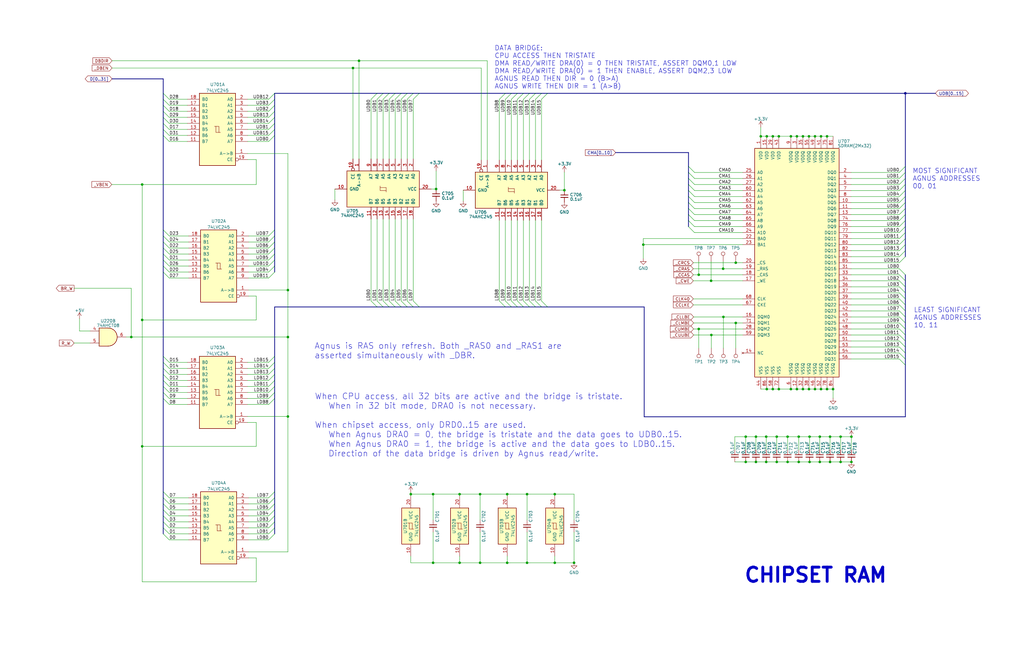
<source format=kicad_sch>
(kicad_sch (version 20230121) (generator eeschema)
  (paper "B")
  (title_block (title "AMIGA PCI") (date "2024-01-17") (rev "2.0"))
  (junction (at 237.998 80.264))
  (junction (at 341.376 184.277))
  (junction (at 348.742 164.211))
  (junction (at 193.802 208.534))
  (junction (at 332.105 184.277))
  (junction (at 381.762 39.37))
  (junction (at 343.662 57.531))
  (junction (at 336.042 164.211))
  (junction (at 202.438 237.49))
  (junction (at 346.202 57.531))
  (junction (at 332.105 194.945))
  (junction (at 346.202 164.211))
  (junction (at 233.934 208.534))
  (junction (at 182.626 237.49))
  (junction (at 121.412 142.24))
  (junction (at 233.934 237.49))
  (junction (at 345.694 194.945))
  (junction (at 336.804 194.945))
  (junction (at 341.376 194.945))
  (junction (at 59.944 188.341))
  (junction (at 325.882 164.211))
  (junction (at 305.054 133.731))
  (junction (at 327.533 184.277))
  (junction (at 202.438 208.534))
  (junction (at 325.882 57.531))
  (junction (at 336.042 57.531))
  (junction (at 333.502 57.531))
  (junction (at 323.342 57.531))
  (junction (at 350.012 194.945))
  (junction (at 328.422 57.531))
  (junction (at 59.944 77.851))
  (junction (at 351.282 164.211))
  (junction (at 327.533 194.945))
  (junction (at 151.384 25.654))
  (junction (at 345.694 184.277))
  (junction (at 354.457 194.945))
  (junction (at 338.582 57.531))
  (junction (at 182.626 208.534))
  (junction (at 314.452 184.277))
  (junction (at 341.122 164.211))
  (junction (at 318.77 194.945))
  (junction (at 318.77 184.277))
  (junction (at 354.457 184.277))
  (junction (at 343.662 164.211))
  (junction (at 323.342 164.211))
  (junction (at 222.25 208.534))
  (junction (at 350.012 184.277))
  (junction (at 304.927 113.411))
  (junction (at 193.802 237.49))
  (junction (at 294.64 115.951))
  (junction (at 320.802 57.531))
  (junction (at 183.896 79.756))
  (junction (at 213.868 237.49))
  (junction (at 323.088 194.945))
  (junction (at 121.412 175.768))
  (junction (at 294.64 138.811))
  (junction (at 328.422 164.211))
  (junction (at 323.088 184.277))
  (junction (at 310.261 136.271))
  (junction (at 299.847 118.491))
  (junction (at 121.412 122.428))
  (junction (at 213.868 208.534))
  (junction (at 242.062 237.49))
  (junction (at 338.582 164.211))
  (junction (at 271.272 103.251))
  (junction (at 314.452 194.945))
  (junction (at 359.029 184.277))
  (junction (at 59.944 135.001))
  (junction (at 173.228 208.534))
  (junction (at 341.122 57.531))
  (junction (at 222.25 237.49))
  (junction (at 333.502 164.211))
  (junction (at 299.974 141.351))
  (junction (at 348.742 57.531))
  (junction (at 148.844 28.702))
  (junction (at 359.029 194.945))
  (junction (at 336.804 184.277))
  (junction (at 310.261 110.871))
  (junction (at 55.372 142.24))
  (bus_entry (at 379.222 136.271) (size 2.54 2.54))
  (bus_entry (at 113.284 160.528) (size 2.54 -2.54))
  (bus_entry (at 159.004 127) (size 2.54 2.54))
  (bus_entry (at 174.244 127) (size 2.54 2.54))
  (bus_entry (at 71.374 57.15) (size -2.54 -2.54))
  (bus_entry (at 379.222 108.331) (size 2.54 -2.54))
  (bus_entry (at 71.374 212.598) (size -2.54 -2.54))
  (bus_entry (at 71.374 217.678) (size -2.54 -2.54))
  (bus_entry (at 292.862 80.391) (size -2.54 -2.54))
  (bus_entry (at 71.374 41.91) (size -2.54 -2.54))
  (bus_entry (at 113.284 44.45) (size 2.54 -2.54))
  (bus_entry (at 71.374 215.138) (size -2.54 -2.54))
  (bus_entry (at 71.374 152.908) (size -2.54 -2.54))
  (bus_entry (at 379.222 146.431) (size 2.54 2.54))
  (bus_entry (at 292.862 95.631) (size -2.54 -2.54))
  (bus_entry (at 71.374 163.068) (size -2.54 -2.54))
  (bus_entry (at 71.374 222.758) (size -2.54 -2.54))
  (bus_entry (at 164.084 39.37) (size -2.54 2.54))
  (bus_entry (at 113.284 104.648) (size 2.54 -2.54))
  (bus_entry (at 292.862 88.011) (size -2.54 -2.54))
  (bus_entry (at 71.374 157.988) (size -2.54 -2.54))
  (bus_entry (at 113.284 107.188) (size 2.54 -2.54))
  (bus_entry (at 215.646 127) (size 2.54 2.54))
  (bus_entry (at 213.106 127) (size 2.54 2.54))
  (bus_entry (at 71.374 160.528) (size -2.54 -2.54))
  (bus_entry (at 71.374 54.61) (size -2.54 -2.54))
  (bus_entry (at 71.374 155.448) (size -2.54 -2.54))
  (bus_entry (at 228.346 127) (size 2.54 2.54))
  (bus_entry (at 113.284 163.068) (size 2.54 -2.54))
  (bus_entry (at 171.704 127) (size 2.54 2.54))
  (bus_entry (at 379.222 151.511) (size 2.54 2.54))
  (bus_entry (at 113.284 155.448) (size 2.54 -2.54))
  (bus_entry (at 113.284 109.728) (size 2.54 -2.54))
  (bus_entry (at 71.374 227.838) (size -2.54 -2.54))
  (bus_entry (at 169.164 127) (size 2.54 2.54))
  (bus_entry (at 71.374 168.148) (size -2.54 -2.54))
  (bus_entry (at 71.374 165.608) (size -2.54 -2.54))
  (bus_entry (at 223.266 127) (size 2.54 2.54))
  (bus_entry (at 223.266 39.37) (size -2.54 2.54))
  (bus_entry (at 171.704 39.37) (size -2.54 2.54))
  (bus_entry (at 379.222 82.931) (size 2.54 -2.54))
  (bus_entry (at 113.284 168.148) (size 2.54 -2.54))
  (bus_entry (at 230.886 39.37) (size -2.54 2.54))
  (bus_entry (at 379.222 123.571) (size 2.54 2.54))
  (bus_entry (at 113.284 114.808) (size 2.54 -2.54))
  (bus_entry (at 228.346 39.37) (size -2.54 2.54))
  (bus_entry (at 213.106 39.37) (size -2.54 2.54))
  (bus_entry (at 225.806 39.37) (size -2.54 2.54))
  (bus_entry (at 113.284 152.908) (size 2.54 -2.54))
  (bus_entry (at 71.374 109.728) (size -2.54 -2.54))
  (bus_entry (at 113.284 41.91) (size 2.54 -2.54))
  (bus_entry (at 220.726 39.37) (size -2.54 2.54))
  (bus_entry (at 292.862 90.551) (size -2.54 -2.54))
  (bus_entry (at 225.806 127) (size 2.54 2.54))
  (bus_entry (at 292.862 85.471) (size -2.54 -2.54))
  (bus_entry (at 220.726 127) (size 2.54 2.54))
  (bus_entry (at 379.222 100.711) (size 2.54 -2.54))
  (bus_entry (at 379.222 133.731) (size 2.54 2.54))
  (bus_entry (at 292.862 77.851) (size -2.54 -2.54))
  (bus_entry (at 113.284 157.988) (size 2.54 -2.54))
  (bus_entry (at 379.222 131.191) (size 2.54 2.54))
  (bus_entry (at 113.284 212.598) (size 2.54 -2.54))
  (bus_entry (at 379.222 105.791) (size 2.54 -2.54))
  (bus_entry (at 176.784 39.37) (size -2.54 2.54))
  (bus_entry (at 71.374 170.688) (size -2.54 -2.54))
  (bus_entry (at 71.374 46.99) (size -2.54 -2.54))
  (bus_entry (at 379.222 75.311) (size 2.54 -2.54))
  (bus_entry (at 113.284 217.678) (size 2.54 -2.54))
  (bus_entry (at 379.222 148.971) (size 2.54 2.54))
  (bus_entry (at 379.222 72.771) (size 2.54 -2.54))
  (bus_entry (at 71.374 114.808) (size -2.54 -2.54))
  (bus_entry (at 113.284 57.15) (size 2.54 -2.54))
  (bus_entry (at 113.284 46.99) (size 2.54 -2.54))
  (bus_entry (at 113.284 99.568) (size 2.54 -2.54))
  (bus_entry (at 166.624 39.37) (size -2.54 2.54))
  (bus_entry (at 292.862 82.931) (size -2.54 -2.54))
  (bus_entry (at 164.084 127) (size 2.54 2.54))
  (bus_entry (at 161.544 127) (size 2.54 2.54))
  (bus_entry (at 161.544 39.37) (size -2.54 2.54))
  (bus_entry (at 379.222 88.011) (size 2.54 -2.54))
  (bus_entry (at 113.284 165.608) (size 2.54 -2.54))
  (bus_entry (at 379.222 141.351) (size 2.54 2.54))
  (bus_entry (at 156.464 127) (size 2.54 2.54))
  (bus_entry (at 71.374 44.45) (size -2.54 -2.54))
  (bus_entry (at 379.222 103.251) (size 2.54 -2.54))
  (bus_entry (at 113.284 225.298) (size 2.54 -2.54))
  (bus_entry (at 292.862 98.171) (size -2.54 -2.54))
  (bus_entry (at 71.374 107.188) (size -2.54 -2.54))
  (bus_entry (at 71.374 49.53) (size -2.54 -2.54))
  (bus_entry (at 71.374 99.568) (size -2.54 -2.54))
  (bus_entry (at 379.222 113.411) (size 2.54 2.54))
  (bus_entry (at 113.284 220.218) (size 2.54 -2.54))
  (bus_entry (at 218.186 127) (size 2.54 2.54))
  (bus_entry (at 379.222 80.391) (size 2.54 -2.54))
  (bus_entry (at 379.222 143.891) (size 2.54 2.54))
  (bus_entry (at 218.186 39.37) (size -2.54 2.54))
  (bus_entry (at 379.222 128.651) (size 2.54 2.54))
  (bus_entry (at 159.004 39.37) (size -2.54 2.54))
  (bus_entry (at 169.164 39.37) (size -2.54 2.54))
  (bus_entry (at 379.222 110.871) (size 2.54 -2.54))
  (bus_entry (at 71.374 102.108) (size -2.54 -2.54))
  (bus_entry (at 113.284 102.108) (size 2.54 -2.54))
  (bus_entry (at 113.284 59.69) (size 2.54 -2.54))
  (bus_entry (at 379.222 98.171) (size 2.54 -2.54))
  (bus_entry (at 71.374 52.07) (size -2.54 -2.54))
  (bus_entry (at 379.222 93.091) (size 2.54 -2.54))
  (bus_entry (at 113.284 227.838) (size 2.54 -2.54))
  (bus_entry (at 113.284 210.058) (size 2.54 -2.54))
  (bus_entry (at 379.222 90.551) (size 2.54 -2.54))
  (bus_entry (at 113.284 215.138) (size 2.54 -2.54))
  (bus_entry (at 379.222 95.631) (size 2.54 -2.54))
  (bus_entry (at 292.862 72.771) (size -2.54 -2.54))
  (bus_entry (at 379.222 85.471) (size 2.54 -2.54))
  (bus_entry (at 113.284 52.07) (size 2.54 -2.54))
  (bus_entry (at 71.374 112.268) (size -2.54 -2.54))
  (bus_entry (at 113.284 170.688) (size 2.54 -2.54))
  (bus_entry (at 379.222 138.811) (size 2.54 2.54))
  (bus_entry (at 379.222 121.031) (size 2.54 2.54))
  (bus_entry (at 71.374 210.058) (size -2.54 -2.54))
  (bus_entry (at 71.374 117.348) (size -2.54 -2.54))
  (bus_entry (at 166.624 127) (size 2.54 2.54))
  (bus_entry (at 71.374 225.298) (size -2.54 -2.54))
  (bus_entry (at 379.222 77.851) (size 2.54 -2.54))
  (bus_entry (at 210.566 127) (size 2.54 2.54))
  (bus_entry (at 113.284 54.61) (size 2.54 -2.54))
  (bus_entry (at 379.222 126.111) (size 2.54 2.54))
  (bus_entry (at 379.222 118.491) (size 2.54 2.54))
  (bus_entry (at 292.862 75.311) (size -2.54 -2.54))
  (bus_entry (at 71.374 220.218) (size -2.54 -2.54))
  (bus_entry (at 379.222 115.951) (size 2.54 2.54))
  (bus_entry (at 113.284 222.758) (size 2.54 -2.54))
  (bus_entry (at 71.374 59.69) (size -2.54 -2.54))
  (bus_entry (at 174.244 39.37) (size -2.54 2.54))
  (bus_entry (at 71.374 104.648) (size -2.54 -2.54))
  (bus_entry (at 113.284 117.348) (size 2.54 -2.54))
  (bus_entry (at 113.284 112.268) (size 2.54 -2.54))
  (bus_entry (at 113.284 49.53) (size 2.54 -2.54))
  (bus_entry (at 292.862 93.091) (size -2.54 -2.54))
  (bus_entry (at 215.646 39.37) (size -2.54 2.54))
  (bus (pts (xy 68.834 99.568) (xy 68.834 102.108)))
  (wire (pts (xy 161.544 41.91) (xy 161.544 67.056)))
  (wire (pts (xy 79.502 112.268) (xy 71.374 112.268)))
  (wire (pts (xy 104.394 41.91) (xy 113.284 41.91)))
  (wire (pts (xy 193.802 234.696) (xy 193.802 237.49)))
  (wire (pts (xy 220.726 41.91) (xy 220.726 67.564)))
  (bus (pts (xy 68.834 215.138) (xy 68.834 217.678)))
  (bus (pts (xy 68.834 152.908) (xy 68.834 155.448)))
  (wire (pts (xy 104.902 217.678) (xy 113.284 217.678)))
  (wire (pts (xy 358.902 85.471) (xy 379.222 85.471)))
  (bus (pts (xy 223.266 129.54) (xy 225.806 129.54)))
  (wire (pts (xy 223.266 41.91) (xy 223.266 67.564)))
  (wire (pts (xy 310.261 110.871) (xy 310.261 110.363)))
  (wire (pts (xy 233.934 234.696) (xy 233.934 237.49)))
  (wire (pts (xy 358.902 103.251) (xy 379.222 103.251)))
  (wire (pts (xy 78.994 163.068) (xy 71.374 163.068)))
  (bus (pts (xy 68.834 57.15) (xy 68.834 97.028)))
  (bus (pts (xy 68.834 217.678) (xy 68.834 220.218)))
  (wire (pts (xy 59.944 135.001) (xy 108.077 135.001)))
  (wire (pts (xy 202.946 67.564) (xy 202.946 28.702)))
  (wire (pts (xy 292.354 128.651) (xy 313.182 128.651)))
  (wire (pts (xy 173.228 207.772) (xy 173.228 208.534)))
  (wire (pts (xy 325.882 164.211) (xy 328.422 164.211)))
  (bus (pts (xy 115.824 129.54) (xy 159.004 129.54)))
  (bus (pts (xy 68.834 168.148) (xy 68.834 207.518)))
  (wire (pts (xy 358.902 118.491) (xy 379.222 118.491)))
  (wire (pts (xy 314.452 184.277) (xy 314.452 189.865)))
  (bus (pts (xy 213.106 129.54) (xy 215.646 129.54)))
  (bus (pts (xy 68.834 44.45) (xy 68.834 46.99)))
  (wire (pts (xy 37.973 139.7) (xy 33.528 139.7)))
  (wire (pts (xy 174.244 92.456) (xy 174.244 127)))
  (bus (pts (xy 68.834 163.068) (xy 68.834 165.608)))
  (bus (pts (xy 159.004 39.37) (xy 161.544 39.37)))
  (wire (pts (xy 79.502 107.188) (xy 71.374 107.188)))
  (wire (pts (xy 318.77 194.945) (xy 323.088 194.945)))
  (wire (pts (xy 104.394 155.448) (xy 113.284 155.448)))
  (bus (pts (xy 115.824 109.728) (xy 115.824 112.268)))
  (wire (pts (xy 292.481 136.271) (xy 310.261 136.271)))
  (wire (pts (xy 215.646 41.91) (xy 215.646 67.564)))
  (wire (pts (xy 171.704 41.91) (xy 171.704 67.056)))
  (wire (pts (xy 104.394 52.07) (xy 113.284 52.07)))
  (wire (pts (xy 358.902 100.711) (xy 379.222 100.711)))
  (wire (pts (xy 59.944 77.851) (xy 47.117 77.851)))
  (wire (pts (xy 213.106 41.91) (xy 213.106 67.564)))
  (wire (pts (xy 327.533 184.277) (xy 327.533 189.865)))
  (bus (pts (xy 290.322 85.471) (xy 290.322 82.931)))
  (wire (pts (xy 350.012 184.277) (xy 350.012 189.865)))
  (wire (pts (xy 333.502 57.531) (xy 336.042 57.531)))
  (bus (pts (xy 68.834 97.028) (xy 68.834 99.568)))
  (wire (pts (xy 193.802 208.534) (xy 193.802 209.296)))
  (bus (pts (xy 68.834 41.91) (xy 68.834 44.45)))
  (bus (pts (xy 381.762 82.931) (xy 381.762 85.471)))
  (wire (pts (xy 104.902 109.728) (xy 113.284 109.728)))
  (bus (pts (xy 161.544 39.37) (xy 164.084 39.37)))
  (wire (pts (xy 292.862 93.091) (xy 313.182 93.091)))
  (wire (pts (xy 358.902 108.331) (xy 379.222 108.331)))
  (wire (pts (xy 215.646 92.964) (xy 215.646 127)))
  (wire (pts (xy 328.422 57.531) (xy 325.882 57.531)))
  (wire (pts (xy 358.902 143.891) (xy 379.222 143.891)))
  (wire (pts (xy 292.862 77.851) (xy 313.182 77.851)))
  (wire (pts (xy 338.582 164.211) (xy 341.122 164.211)))
  (wire (pts (xy 210.566 92.964) (xy 210.566 127)))
  (bus (pts (xy 115.824 107.188) (xy 115.824 109.728)))
  (wire (pts (xy 341.122 57.531) (xy 343.662 57.531)))
  (wire (pts (xy 345.694 194.945) (xy 350.012 194.945)))
  (bus (pts (xy 381.762 75.311) (xy 381.762 77.851)))
  (wire (pts (xy 104.902 102.108) (xy 113.284 102.108)))
  (wire (pts (xy 354.457 184.277) (xy 354.457 189.865)))
  (bus (pts (xy 115.824 152.908) (xy 115.824 150.368)))
  (bus (pts (xy 174.244 129.54) (xy 176.784 129.54)))
  (wire (pts (xy 104.902 104.648) (xy 113.284 104.648)))
  (wire (pts (xy 313.182 100.711) (xy 271.272 100.711)))
  (bus (pts (xy 115.824 49.53) (xy 115.824 52.07)))
  (wire (pts (xy 202.438 224.536) (xy 202.438 237.49)))
  (wire (pts (xy 350.012 184.277) (xy 354.457 184.277)))
  (wire (pts (xy 108.077 67.31) (xy 104.394 67.31)))
  (bus (pts (xy 68.834 49.53) (xy 68.834 52.07)))
  (bus (pts (xy 68.834 33.274) (xy 47.244 33.274)))
  (wire (pts (xy 358.902 133.731) (xy 379.222 133.731)))
  (wire (pts (xy 336.042 164.211) (xy 338.582 164.211)))
  (wire (pts (xy 151.384 25.654) (xy 205.486 25.654)))
  (wire (pts (xy 104.902 99.568) (xy 113.284 99.568)))
  (wire (pts (xy 104.394 64.77) (xy 121.412 64.77)))
  (wire (pts (xy 323.088 184.277) (xy 327.533 184.277)))
  (wire (pts (xy 104.394 57.15) (xy 113.284 57.15)))
  (bus (pts (xy 271.653 129.54) (xy 271.653 175.895)))
  (wire (pts (xy 351.282 164.211) (xy 351.282 168.021)))
  (wire (pts (xy 358.902 128.651) (xy 379.222 128.651)))
  (wire (pts (xy 328.422 164.211) (xy 333.502 164.211)))
  (bus (pts (xy 228.346 129.54) (xy 230.886 129.54)))
  (bus (pts (xy 215.646 39.37) (xy 218.186 39.37)))
  (wire (pts (xy 299.974 141.351) (xy 299.974 146.939)))
  (wire (pts (xy 59.944 135.001) (xy 59.944 188.341)))
  (wire (pts (xy 104.902 117.348) (xy 113.284 117.348)))
  (bus (pts (xy 218.186 129.54) (xy 220.726 129.54)))
  (bus (pts (xy 171.704 129.54) (xy 174.244 129.54)))
  (bus (pts (xy 223.266 39.37) (xy 225.806 39.37)))
  (bus (pts (xy 271.653 175.895) (xy 381.762 175.895)))
  (wire (pts (xy 292.862 88.011) (xy 313.182 88.011)))
  (wire (pts (xy 104.394 49.53) (xy 113.284 49.53)))
  (wire (pts (xy 358.902 148.971) (xy 379.222 148.971)))
  (wire (pts (xy 104.394 54.61) (xy 113.284 54.61)))
  (wire (pts (xy 233.934 237.49) (xy 242.062 237.49)))
  (wire (pts (xy 233.934 208.534) (xy 233.934 209.296)))
  (wire (pts (xy 341.376 184.277) (xy 341.376 189.865)))
  (bus (pts (xy 228.346 39.37) (xy 230.886 39.37)))
  (bus (pts (xy 115.824 215.138) (xy 115.824 217.678)))
  (wire (pts (xy 358.902 110.871) (xy 379.222 110.871)))
  (wire (pts (xy 358.902 105.791) (xy 379.222 105.791)))
  (wire (pts (xy 59.944 77.851) (xy 108.077 77.851)))
  (wire (pts (xy 346.202 57.531) (xy 348.742 57.531)))
  (wire (pts (xy 323.342 57.531) (xy 320.802 57.531)))
  (wire (pts (xy 292.354 118.491) (xy 299.847 118.491)))
  (wire (pts (xy 151.384 67.056) (xy 151.384 25.654)))
  (bus (pts (xy 115.824 207.518) (xy 115.824 210.058)))
  (bus (pts (xy 115.824 46.99) (xy 115.824 49.53)))
  (wire (pts (xy 78.994 170.688) (xy 71.374 170.688)))
  (wire (pts (xy 205.486 25.654) (xy 205.486 67.564)))
  (wire (pts (xy 104.394 175.768) (xy 121.412 175.768)))
  (bus (pts (xy 115.824 220.218) (xy 115.824 222.758)))
  (bus (pts (xy 381.762 98.171) (xy 381.762 100.711)))
  (wire (pts (xy 79.502 217.678) (xy 71.374 217.678)))
  (wire (pts (xy 47.244 28.702) (xy 148.844 28.702)))
  (bus (pts (xy 68.834 54.61) (xy 68.834 57.15)))
  (wire (pts (xy 358.902 80.391) (xy 379.222 80.391)))
  (wire (pts (xy 79.502 222.758) (xy 71.374 222.758)))
  (wire (pts (xy 292.862 90.551) (xy 313.182 90.551)))
  (bus (pts (xy 68.834 210.058) (xy 68.834 212.598)))
  (bus (pts (xy 381.762 80.391) (xy 381.762 82.931)))
  (wire (pts (xy 59.944 188.341) (xy 59.944 245.491)))
  (wire (pts (xy 332.105 184.277) (xy 336.804 184.277)))
  (bus (pts (xy 381.762 126.111) (xy 381.762 128.651)))
  (wire (pts (xy 104.394 165.608) (xy 113.284 165.608)))
  (wire (pts (xy 320.802 164.211) (xy 323.342 164.211)))
  (wire (pts (xy 79.502 212.598) (xy 71.374 212.598)))
  (wire (pts (xy 292.862 75.311) (xy 313.182 75.311)))
  (wire (pts (xy 233.934 208.534) (xy 242.062 208.534)))
  (wire (pts (xy 328.422 57.531) (xy 333.502 57.531)))
  (wire (pts (xy 343.662 57.531) (xy 346.202 57.531)))
  (bus (pts (xy 230.886 39.37) (xy 381.762 39.37)))
  (bus (pts (xy 115.824 97.028) (xy 115.824 99.568)))
  (wire (pts (xy 31.242 144.78) (xy 37.973 144.78)))
  (bus (pts (xy 290.322 80.391) (xy 290.322 77.851)))
  (wire (pts (xy 323.088 184.277) (xy 323.088 189.865)))
  (wire (pts (xy 213.868 208.534) (xy 222.25 208.534)))
  (wire (pts (xy 79.502 109.728) (xy 71.374 109.728)))
  (bus (pts (xy 381.762 72.771) (xy 381.762 75.311)))
  (wire (pts (xy 104.902 225.298) (xy 113.284 225.298)))
  (wire (pts (xy 294.64 138.811) (xy 313.182 138.811)))
  (bus (pts (xy 115.824 102.108) (xy 115.824 104.648)))
  (wire (pts (xy 182.626 208.534) (xy 182.626 219.456)))
  (wire (pts (xy 202.438 208.534) (xy 213.868 208.534)))
  (wire (pts (xy 104.902 112.268) (xy 113.284 112.268)))
  (wire (pts (xy 78.994 54.61) (xy 71.374 54.61)))
  (bus (pts (xy 290.322 77.851) (xy 290.322 75.311)))
  (bus (pts (xy 115.824 57.15) (xy 115.824 97.028)))
  (bus (pts (xy 115.824 222.758) (xy 115.824 225.298)))
  (wire (pts (xy 79.502 104.648) (xy 71.374 104.648)))
  (wire (pts (xy 343.662 164.211) (xy 346.202 164.211)))
  (bus (pts (xy 290.322 75.311) (xy 290.322 72.771)))
  (wire (pts (xy 292.862 98.171) (xy 313.182 98.171)))
  (wire (pts (xy 121.412 142.24) (xy 121.412 175.768)))
  (bus (pts (xy 68.834 207.518) (xy 68.834 210.058)))
  (wire (pts (xy 341.376 184.277) (xy 345.694 184.277)))
  (wire (pts (xy 104.902 227.838) (xy 113.284 227.838)))
  (wire (pts (xy 348.742 164.211) (xy 351.282 164.211)))
  (wire (pts (xy 341.122 164.211) (xy 343.662 164.211)))
  (wire (pts (xy 78.994 155.448) (xy 71.374 155.448)))
  (bus (pts (xy 213.106 39.37) (xy 215.646 39.37)))
  (wire (pts (xy 222.25 237.49) (xy 233.934 237.49)))
  (wire (pts (xy 202.438 237.49) (xy 213.868 237.49)))
  (wire (pts (xy 345.694 184.277) (xy 345.694 189.865)))
  (wire (pts (xy 108.077 178.308) (xy 104.394 178.308)))
  (bus (pts (xy 171.704 39.37) (xy 174.244 39.37)))
  (wire (pts (xy 309.88 189.865) (xy 309.88 184.277)))
  (wire (pts (xy 104.394 170.688) (xy 113.284 170.688)))
  (bus (pts (xy 159.004 129.54) (xy 161.544 129.54)))
  (bus (pts (xy 381.762 175.895) (xy 381.762 154.051)))
  (wire (pts (xy 195.326 80.264) (xy 195.326 84.836)))
  (bus (pts (xy 381.762 39.37) (xy 394.462 39.37)))
  (bus (pts (xy 381.762 143.891) (xy 381.762 146.431)))
  (wire (pts (xy 104.394 59.69) (xy 113.284 59.69)))
  (wire (pts (xy 271.272 100.711) (xy 271.272 103.251)))
  (wire (pts (xy 358.902 98.171) (xy 379.222 98.171)))
  (bus (pts (xy 115.824 99.568) (xy 115.824 102.108)))
  (wire (pts (xy 299.847 118.491) (xy 299.847 110.363)))
  (wire (pts (xy 225.806 41.91) (xy 225.806 67.564)))
  (bus (pts (xy 115.824 150.368) (xy 115.824 129.54)))
  (wire (pts (xy 348.742 57.531) (xy 351.282 57.531)))
  (wire (pts (xy 222.25 208.534) (xy 233.934 208.534)))
  (wire (pts (xy 78.994 152.908) (xy 71.374 152.908)))
  (bus (pts (xy 176.784 129.54) (xy 213.106 129.54)))
  (wire (pts (xy 358.902 72.771) (xy 379.222 72.771)))
  (wire (pts (xy 182.626 208.534) (xy 193.802 208.534)))
  (wire (pts (xy 292.862 82.931) (xy 313.182 82.931)))
  (wire (pts (xy 193.802 208.534) (xy 202.438 208.534)))
  (wire (pts (xy 292.481 138.811) (xy 294.64 138.811)))
  (wire (pts (xy 213.106 92.964) (xy 213.106 127)))
  (wire (pts (xy 78.994 46.99) (xy 71.374 46.99)))
  (bus (pts (xy 381.762 141.351) (xy 381.762 143.891)))
  (wire (pts (xy 327.533 184.277) (xy 332.105 184.277)))
  (wire (pts (xy 104.394 152.908) (xy 113.284 152.908)))
  (bus (pts (xy 68.834 109.728) (xy 68.834 112.268)))
  (wire (pts (xy 79.502 227.838) (xy 71.374 227.838)))
  (bus (pts (xy 381.762 88.011) (xy 381.762 90.551)))
  (wire (pts (xy 292.354 115.951) (xy 294.64 115.951)))
  (wire (pts (xy 121.412 64.77) (xy 121.412 122.428)))
  (bus (pts (xy 381.762 85.471) (xy 381.762 88.011)))
  (wire (pts (xy 218.186 41.91) (xy 218.186 67.564)))
  (bus (pts (xy 381.762 39.37) (xy 381.762 70.231)))
  (wire (pts (xy 292.862 72.771) (xy 313.182 72.771)))
  (wire (pts (xy 173.228 208.534) (xy 182.626 208.534)))
  (wire (pts (xy 104.902 232.918) (xy 121.412 232.918)))
  (bus (pts (xy 68.834 104.648) (xy 68.834 107.188)))
  (bus (pts (xy 381.762 70.231) (xy 381.762 72.771)))
  (bus (pts (xy 164.084 39.37) (xy 166.624 39.37)))
  (wire (pts (xy 358.902 131.191) (xy 379.222 131.191)))
  (wire (pts (xy 182.626 224.536) (xy 182.626 237.49)))
  (wire (pts (xy 104.394 163.068) (xy 113.284 163.068)))
  (bus (pts (xy 381.762 138.811) (xy 381.762 141.351)))
  (wire (pts (xy 78.994 49.53) (xy 71.374 49.53)))
  (wire (pts (xy 358.902 138.811) (xy 379.222 138.811)))
  (bus (pts (xy 68.834 165.608) (xy 68.834 168.148)))
  (bus (pts (xy 164.084 129.54) (xy 166.624 129.54)))
  (bus (pts (xy 381.762 128.651) (xy 381.762 131.191)))
  (bus (pts (xy 68.834 39.37) (xy 68.834 41.91)))
  (bus (pts (xy 381.762 118.491) (xy 381.762 121.031)))
  (bus (pts (xy 381.762 136.271) (xy 381.762 138.811)))
  (bus (pts (xy 381.762 77.851) (xy 381.762 80.391)))
  (wire (pts (xy 358.902 126.111) (xy 379.222 126.111)))
  (wire (pts (xy 79.502 99.568) (xy 71.374 99.568)))
  (wire (pts (xy 78.994 59.69) (xy 71.374 59.69)))
  (wire (pts (xy 323.088 194.945) (xy 327.533 194.945)))
  (wire (pts (xy 108.077 135.001) (xy 108.077 124.968)))
  (bus (pts (xy 68.834 114.808) (xy 68.834 150.368)))
  (wire (pts (xy 350.012 194.945) (xy 354.457 194.945)))
  (wire (pts (xy 104.902 122.428) (xy 121.412 122.428)))
  (wire (pts (xy 159.004 92.456) (xy 159.004 127)))
  (wire (pts (xy 59.944 77.851) (xy 59.944 135.001)))
  (wire (pts (xy 332.105 184.277) (xy 332.105 189.865)))
  (bus (pts (xy 166.624 39.37) (xy 169.164 39.37)))
  (bus (pts (xy 220.726 39.37) (xy 223.266 39.37)))
  (bus (pts (xy 115.824 165.608) (xy 115.824 168.148)))
  (bus (pts (xy 115.824 52.07) (xy 115.824 54.61)))
  (wire (pts (xy 237.998 72.644) (xy 237.998 80.264)))
  (wire (pts (xy 141.224 79.756) (xy 141.224 84.328)))
  (wire (pts (xy 121.412 175.768) (xy 121.412 232.918)))
  (bus (pts (xy 115.824 104.648) (xy 115.824 107.188)))
  (wire (pts (xy 108.077 235.458) (xy 104.902 235.458)))
  (wire (pts (xy 309.88 184.277) (xy 314.452 184.277)))
  (bus (pts (xy 381.762 123.571) (xy 381.762 126.111)))
  (wire (pts (xy 173.228 208.534) (xy 173.228 209.296)))
  (wire (pts (xy 358.902 88.011) (xy 379.222 88.011)))
  (bus (pts (xy 115.824 54.61) (xy 115.824 57.15)))
  (bus (pts (xy 381.762 115.951) (xy 381.762 118.491)))
  (bus (pts (xy 115.824 155.448) (xy 115.824 157.988)))
  (bus (pts (xy 225.806 39.37) (xy 228.346 39.37)))
  (bus (pts (xy 68.834 212.598) (xy 68.834 215.138)))
  (wire (pts (xy 164.084 92.456) (xy 164.084 127)))
  (wire (pts (xy 213.868 237.49) (xy 222.25 237.49)))
  (bus (pts (xy 115.824 157.988) (xy 115.824 160.528)))
  (wire (pts (xy 79.502 117.348) (xy 71.374 117.348)))
  (wire (pts (xy 346.202 164.211) (xy 348.742 164.211)))
  (wire (pts (xy 314.452 184.277) (xy 318.77 184.277)))
  (wire (pts (xy 323.342 164.211) (xy 325.882 164.211)))
  (wire (pts (xy 294.64 115.951) (xy 294.64 110.363)))
  (wire (pts (xy 59.944 188.341) (xy 108.077 188.341)))
  (wire (pts (xy 327.533 194.945) (xy 332.105 194.945)))
  (wire (pts (xy 305.054 133.731) (xy 313.182 133.731)))
  (wire (pts (xy 292.354 113.411) (xy 304.927 113.411)))
  (wire (pts (xy 213.868 208.534) (xy 213.868 209.296)))
  (wire (pts (xy 294.64 115.951) (xy 313.182 115.951)))
  (bus (pts (xy 68.834 220.218) (xy 68.834 222.758)))
  (bus (pts (xy 220.726 129.54) (xy 223.266 129.54)))
  (wire (pts (xy 78.994 165.608) (xy 71.374 165.608)))
  (wire (pts (xy 358.902 95.631) (xy 379.222 95.631)))
  (bus (pts (xy 174.244 39.37) (xy 176.784 39.37)))
  (wire (pts (xy 304.927 113.411) (xy 304.927 110.363)))
  (wire (pts (xy 294.64 138.811) (xy 294.64 146.939)))
  (bus (pts (xy 115.824 155.448) (xy 115.824 152.908)))
  (bus (pts (xy 381.762 148.971) (xy 381.762 151.511)))
  (wire (pts (xy 159.004 41.91) (xy 159.004 67.056)))
  (wire (pts (xy 59.944 245.491) (xy 108.077 245.491)))
  (bus (pts (xy 68.834 102.108) (xy 68.834 104.648)))
  (wire (pts (xy 182.626 237.49) (xy 193.802 237.49)))
  (wire (pts (xy 228.346 92.964) (xy 228.346 127)))
  (bus (pts (xy 290.322 88.011) (xy 290.322 85.471)))
  (bus (pts (xy 259.588 64.389) (xy 290.322 64.389)))
  (wire (pts (xy 220.726 92.964) (xy 220.726 127)))
  (wire (pts (xy 336.042 57.531) (xy 338.582 57.531)))
  (wire (pts (xy 292.862 85.471) (xy 313.182 85.471)))
  (bus (pts (xy 218.186 39.37) (xy 220.726 39.37)))
  (wire (pts (xy 358.902 93.091) (xy 379.222 93.091)))
  (bus (pts (xy 115.824 212.598) (xy 115.824 215.138)))
  (wire (pts (xy 354.457 184.277) (xy 359.029 184.277)))
  (wire (pts (xy 156.464 92.456) (xy 156.464 127)))
  (bus (pts (xy 381.762 131.191) (xy 381.762 133.731)))
  (wire (pts (xy 104.394 46.99) (xy 113.284 46.99)))
  (bus (pts (xy 166.624 129.54) (xy 169.164 129.54)))
  (bus (pts (xy 115.824 163.068) (xy 115.824 165.608)))
  (wire (pts (xy 358.902 151.511) (xy 379.222 151.511)))
  (wire (pts (xy 299.847 118.491) (xy 313.182 118.491)))
  (wire (pts (xy 358.902 90.551) (xy 379.222 90.551)))
  (wire (pts (xy 79.502 102.108) (xy 71.374 102.108)))
  (wire (pts (xy 242.062 219.456) (xy 242.062 208.534)))
  (wire (pts (xy 33.528 134.493) (xy 33.528 139.7)))
  (bus (pts (xy 115.824 112.268) (xy 115.824 114.808)))
  (wire (pts (xy 31.242 121.666) (xy 55.372 121.666)))
  (wire (pts (xy 292.862 80.391) (xy 313.182 80.391)))
  (wire (pts (xy 79.502 210.058) (xy 71.374 210.058)))
  (bus (pts (xy 381.762 133.731) (xy 381.762 136.271)))
  (wire (pts (xy 202.438 208.534) (xy 202.438 219.456)))
  (wire (pts (xy 345.694 184.277) (xy 350.012 184.277)))
  (bus (pts (xy 169.164 129.54) (xy 171.704 129.54)))
  (bus (pts (xy 68.834 112.268) (xy 68.834 114.808)))
  (wire (pts (xy 222.25 224.536) (xy 222.25 237.49)))
  (wire (pts (xy 222.25 208.534) (xy 222.25 219.456)))
  (wire (pts (xy 358.902 121.031) (xy 379.222 121.031)))
  (wire (pts (xy 242.062 224.536) (xy 242.062 237.49)))
  (bus (pts (xy 68.834 150.368) (xy 68.834 152.908)))
  (wire (pts (xy 174.244 41.91) (xy 174.244 67.056)))
  (wire (pts (xy 104.394 157.988) (xy 113.284 157.988)))
  (bus (pts (xy 290.322 72.771) (xy 290.322 70.231)))
  (wire (pts (xy 218.186 92.964) (xy 218.186 127)))
  (bus (pts (xy 381.762 151.511) (xy 381.762 154.051)))
  (wire (pts (xy 358.902 113.411) (xy 379.222 113.411)))
  (wire (pts (xy 182.626 237.49) (xy 173.228 237.49)))
  (bus (pts (xy 290.322 93.091) (xy 290.322 95.631)))
  (wire (pts (xy 358.902 123.571) (xy 379.222 123.571)))
  (wire (pts (xy 104.394 44.45) (xy 113.284 44.45)))
  (wire (pts (xy 358.902 82.931) (xy 379.222 82.931)))
  (wire (pts (xy 104.902 220.218) (xy 113.284 220.218)))
  (bus (pts (xy 68.834 155.448) (xy 68.834 157.988)))
  (wire (pts (xy 78.994 57.15) (xy 71.374 57.15)))
  (wire (pts (xy 104.902 210.058) (xy 113.284 210.058)))
  (wire (pts (xy 53.213 142.24) (xy 55.372 142.24)))
  (bus (pts (xy 381.762 105.791) (xy 381.762 108.331)))
  (wire (pts (xy 78.994 157.988) (xy 71.374 157.988)))
  (wire (pts (xy 299.974 141.351) (xy 292.481 141.351)))
  (wire (pts (xy 358.902 115.951) (xy 379.222 115.951)))
  (wire (pts (xy 47.244 25.654) (xy 151.384 25.654)))
  (wire (pts (xy 223.266 92.964) (xy 223.266 127)))
  (wire (pts (xy 104.902 212.598) (xy 113.284 212.598)))
  (wire (pts (xy 108.077 124.968) (xy 104.902 124.968)))
  (wire (pts (xy 358.902 77.851) (xy 379.222 77.851)))
  (bus (pts (xy 115.824 210.058) (xy 115.824 212.598)))
  (wire (pts (xy 78.994 44.45) (xy 71.374 44.45)))
  (wire (pts (xy 148.844 67.056) (xy 148.844 28.702)))
  (wire (pts (xy 318.77 184.277) (xy 318.77 189.865)))
  (wire (pts (xy 55.372 142.24) (xy 121.412 142.24)))
  (bus (pts (xy 68.834 39.37) (xy 68.834 33.274)))
  (wire (pts (xy 104.902 222.758) (xy 113.284 222.758)))
  (wire (pts (xy 341.376 194.945) (xy 345.694 194.945)))
  (wire (pts (xy 108.077 188.341) (xy 108.077 178.308)))
  (wire (pts (xy 358.902 136.271) (xy 379.222 136.271)))
  (wire (pts (xy 104.902 107.188) (xy 113.284 107.188)))
  (wire (pts (xy 313.182 126.111) (xy 292.354 126.111)))
  (wire (pts (xy 55.372 142.24) (xy 55.372 121.666)))
  (bus (pts (xy 381.762 90.551) (xy 381.762 93.091)))
  (bus (pts (xy 68.834 52.07) (xy 68.834 54.61)))
  (wire (pts (xy 193.802 237.49) (xy 202.438 237.49)))
  (wire (pts (xy 292.862 95.631) (xy 313.182 95.631)))
  (bus (pts (xy 230.886 129.54) (xy 271.653 129.54)))
  (wire (pts (xy 78.994 168.148) (xy 71.374 168.148)))
  (wire (pts (xy 79.502 225.298) (xy 71.374 225.298)))
  (wire (pts (xy 225.806 92.964) (xy 225.806 127)))
  (bus (pts (xy 115.824 44.45) (xy 115.824 46.99)))
  (bus (pts (xy 68.834 222.758) (xy 68.834 225.298)))
  (bus (pts (xy 161.544 129.54) (xy 164.084 129.54)))
  (wire (pts (xy 79.502 220.218) (xy 71.374 220.218)))
  (wire (pts (xy 202.946 28.702) (xy 148.844 28.702)))
  (bus (pts (xy 68.834 157.988) (xy 68.834 160.528)))
  (wire (pts (xy 336.804 189.865) (xy 336.804 184.277)))
  (wire (pts (xy 332.105 194.945) (xy 336.804 194.945)))
  (wire (pts (xy 313.182 136.271) (xy 310.261 136.271)))
  (wire (pts (xy 314.452 194.945) (xy 318.77 194.945)))
  (bus (pts (xy 115.824 39.37) (xy 115.824 41.91)))
  (wire (pts (xy 299.974 141.351) (xy 313.182 141.351)))
  (wire (pts (xy 121.412 122.428) (xy 121.412 142.24)))
  (wire (pts (xy 104.902 215.138) (xy 113.284 215.138)))
  (wire (pts (xy 166.624 92.456) (xy 166.624 127)))
  (wire (pts (xy 108.077 77.851) (xy 108.077 67.31)))
  (wire (pts (xy 169.164 41.91) (xy 169.164 67.056)))
  (wire (pts (xy 310.261 110.871) (xy 313.182 110.871)))
  (wire (pts (xy 78.994 52.07) (xy 71.374 52.07)))
  (bus (pts (xy 381.762 93.091) (xy 381.762 95.631)))
  (wire (pts (xy 169.164 92.456) (xy 169.164 127)))
  (bus (pts (xy 115.824 39.37) (xy 159.004 39.37)))
  (bus (pts (xy 68.834 160.528) (xy 68.834 163.068)))
  (wire (pts (xy 292.354 110.871) (xy 310.261 110.871)))
  (wire (pts (xy 166.624 41.91) (xy 166.624 67.056)))
  (wire (pts (xy 164.084 41.91) (xy 164.084 67.056)))
  (wire (pts (xy 104.394 168.148) (xy 113.284 168.148)))
  (bus (pts (xy 381.762 100.711) (xy 381.762 103.251)))
  (wire (pts (xy 318.77 184.277) (xy 323.088 184.277)))
  (wire (pts (xy 79.502 114.808) (xy 71.374 114.808)))
  (bus (pts (xy 381.762 95.631) (xy 381.762 98.171)))
  (wire (pts (xy 358.902 75.311) (xy 379.222 75.311)))
  (bus (pts (xy 215.646 129.54) (xy 218.186 129.54)))
  (wire (pts (xy 333.502 164.211) (xy 336.042 164.211)))
  (wire (pts (xy 161.544 92.456) (xy 161.544 127)))
  (wire (pts (xy 314.452 194.945) (xy 309.88 194.945)))
  (bus (pts (xy 290.322 90.551) (xy 290.322 88.011)))
  (wire (pts (xy 358.902 141.351) (xy 379.222 141.351)))
  (wire (pts (xy 171.704 92.456) (xy 171.704 127)))
  (bus (pts (xy 381.762 146.431) (xy 381.762 148.971)))
  (wire (pts (xy 320.802 57.531) (xy 320.802 53.721)))
  (wire (pts (xy 104.394 160.528) (xy 113.284 160.528)))
  (bus (pts (xy 290.322 82.931) (xy 290.322 80.391)))
  (wire (pts (xy 228.346 41.91) (xy 228.346 67.564)))
  (wire (pts (xy 181.864 79.756) (xy 183.896 79.756)))
  (wire (pts (xy 104.902 114.808) (xy 113.284 114.808)))
  (wire (pts (xy 79.502 215.138) (xy 71.374 215.138)))
  (wire (pts (xy 338.582 57.531) (xy 341.122 57.531)))
  (wire (pts (xy 358.902 146.431) (xy 379.222 146.431)))
  (wire (pts (xy 183.896 72.136) (xy 183.896 79.756)))
  (wire (pts (xy 304.927 113.411) (xy 313.182 113.411)))
  (wire (pts (xy 313.182 103.251) (xy 271.272 103.251)))
  (bus (pts (xy 169.164 39.37) (xy 171.704 39.37)))
  (wire (pts (xy 271.272 103.251) (xy 271.272 109.093)))
  (wire (pts (xy 78.994 41.91) (xy 71.374 41.91)))
  (bus (pts (xy 176.784 39.37) (xy 213.106 39.37)))
  (bus (pts (xy 68.834 107.188) (xy 68.834 109.728)))
  (wire (pts (xy 156.464 41.91) (xy 156.464 67.056)))
  (wire (pts (xy 173.228 237.49) (xy 173.228 234.696)))
  (wire (pts (xy 336.804 184.277) (xy 341.376 184.277)))
  (bus (pts (xy 115.824 168.148) (xy 115.824 207.518)))
  (bus (pts (xy 225.806 129.54) (xy 228.346 129.54)))
  (bus (pts (xy 290.322 70.231) (xy 290.322 64.389)))
  (bus (pts (xy 115.824 41.91) (xy 115.824 44.45)))
  (wire (pts (xy 354.457 194.945) (xy 359.029 194.945)))
  (wire (pts (xy 292.481 133.731) (xy 305.054 133.731)))
  (wire (pts (xy 235.966 80.264) (xy 237.998 80.264)))
  (bus (pts (xy 115.824 217.678) (xy 115.824 220.218)))
  (bus (pts (xy 290.322 93.091) (xy 290.322 90.551)))
  (bus (pts (xy 381.762 121.031) (xy 381.762 123.571)))
  (wire (pts (xy 341.376 194.945) (xy 336.804 194.945)))
  (bus (pts (xy 68.834 46.99) (xy 68.834 49.53)))
  (wire (pts (xy 210.566 41.91) (xy 210.566 67.564)))
  (wire (pts (xy 359.029 184.277) (xy 359.029 189.865)))
  (bus (pts (xy 381.762 103.251) (xy 381.762 105.791)))
  (bus (pts (xy 115.824 160.528) (xy 115.824 163.068)))
  (wire (pts (xy 305.054 133.731) (xy 305.054 146.939)))
  (wire (pts (xy 213.868 234.696) (xy 213.868 237.49)))
  (wire (pts (xy 325.882 57.531) (xy 323.342 57.531)))
  (wire (pts (xy 78.994 160.528) (xy 71.374 160.528)))
  (wire (pts (xy 108.077 245.491) (xy 108.077 235.458)))
  (wire (pts (xy 310.261 136.271) (xy 310.261 146.939)))
  (text "LEAST SIGNIFICANT\nAGNUS ADDRESSES \n10, 11" (at 385.318 138.557 0) (effects (font (size 2 2)) (justify left bottom)))
  (text "CHIPSET RAM" (at 313.436 246.38 0) (effects (font (size 6 6) (thickness 1.2) bold) (justify left bottom)))
  (text "When CPU access, all 32 bits are active and the bridge is tristate.\n   When in 32 bit mode, DRA0 is not necessary.\n\nWhen chipset access, only DRD0..15 are used. \n   When Agnus DRA0 = 0, the bridge is tristate and the data goes to UDB0..15.\n   When Agnus DRA0 = 1, the bridge is active and the data goes to LDB0..15.\n   Direction of the data bridge is driven by Agnus read/write.\n" (at 132.715 193.04 0) (effects (font (size 2.5 2.5)) (justify left bottom)))
  (text "Agnus is RAS only refresh. Both _RAS0 and _RAS1 are\nasserted simultaneously with _DBR." (at 132.588 151.638 0) (effects (font (size 2.5 2.5)) (justify left bottom)))
  (text "DATA BRIDGE:\nCPU ACCESS THEN TRISTATE\nDMA READ/WRITE DRA(0) = 0 THEN TRISTATE, ASSERT DQM0,1 LOW\nDMA READ/WRITE DRA(0) = 1 THEN ENABLE, ASSERT DQM2,3 LOW\nAGNUS READ THEN DIR = 0 (B>A)\nAGNUS WRITE THEN DIR = 1 (A>B)\n" (at 208.534 37.719 0) (effects (font (size 2 2)) (justify left bottom)))
  (text "MOST SIGNIFICANT\nAGNUS ADDRESSES \n00, 01" (at 384.81 79.883 0) (effects (font (size 2 2)) (justify left bottom)))
  (label "LDB10" (at 379.222 138.811 180) (effects (font (size 1.2954 1.2954))))
  (label "CMA3" (at 303.022 80.391 0))
  (label "UDB3" (at 113.284 44.45 180) (effects (font (size 1.2954 1.2954))))
  (label "LDB6" (at 379.222 128.651 180) (effects (font (size 1.2954 1.2954))))
  (label "UDB9" (at 213.106 42.037 270) (effects (font (size 1.2954 1.2954))))
  (label "LDB4" (at 379.222 123.571 180) (effects (font (size 1.2954 1.2954))))
  (label "D12" (at 71.374 160.528 0) (effects (font (size 1.2954 1.2954))))
  (label "UDB7" (at 379.222 90.551 180) (effects (font (size 1.2954 1.2954))))
  (label "LDB13" (at 379.222 146.431 180) (effects (font (size 1.2954 1.2954))))
  (label "LDB15" (at 113.284 152.908 180) (effects (font (size 1.2954 1.2954))))
  (label "D31" (at 71.374 57.15 0) (effects (font (size 1.2954 1.2954))))
  (label "UDB14" (at 113.284 52.07 180) (effects (font (size 1.2954 1.2954))))
  (label "LDB12" (at 220.726 127 90) (effects (font (size 1.2954 1.2954))))
  (label "UDB7" (at 113.284 99.568 180) (effects (font (size 1.2954 1.2954))))
  (label "UDB4" (at 166.624 41.91 270) (effects (font (size 1.2954 1.2954))))
  (label "D4" (at 71.374 217.678 0) (effects (font (size 1.2954 1.2954))))
  (label "D28" (at 71.374 41.91 0) (effects (font (size 1.2954 1.2954))))
  (label "UDB15" (at 228.346 42.037 270) (effects (font (size 1.2954 1.2954))))
  (label "D14" (at 71.374 155.448 0) (effects (font (size 1.2954 1.2954))))
  (label "LDB14" (at 225.806 127 90) (effects (font (size 1.2954 1.2954))))
  (label "LDB5" (at 169.164 127 90) (effects (font (size 1.2954 1.2954))))
  (label "LDB13" (at 223.266 127 90) (effects (font (size 1.2954 1.2954))))
  (label "UDB11" (at 113.284 117.348 180) (effects (font (size 1.2954 1.2954))))
  (label "LDB9" (at 379.222 136.271 180) (effects (font (size 1.2954 1.2954))))
  (label "UDB12" (at 379.222 103.251 180) (effects (font (size 1.2954 1.2954))))
  (label "UDB0" (at 379.222 72.771 180) (effects (font (size 1.2954 1.2954))))
  (label "CMA6" (at 303.022 88.011 0))
  (label "UDB1" (at 379.222 75.311 180) (effects (font (size 1.2954 1.2954))))
  (label "LDB11" (at 379.222 141.351 180) (effects (font (size 1.2954 1.2954))))
  (label "D17" (at 71.374 54.61 0) (effects (font (size 1.2954 1.2954))))
  (label "D7" (at 71.374 210.058 0) (effects (font (size 1.2954 1.2954))))
  (label "D23" (at 71.374 99.568 0) (effects (font (size 1.2954 1.2954))))
  (label "LDB3" (at 379.222 121.031 180) (effects (font (size 1.2954 1.2954))))
  (label "LDB8" (at 113.284 170.688 180) (effects (font (size 1.2954 1.2954))))
  (label "UDB3" (at 379.222 80.391 180) (effects (font (size 1.2954 1.2954))))
  (label "UDB8" (at 379.222 93.091 180) (effects (font (size 1.2954 1.2954))))
  (label "LDB0" (at 113.284 227.838 180) (effects (font (size 1.2954 1.2954))))
  (label "UDB5" (at 379.222 85.471 180) (effects (font (size 1.2954 1.2954))))
  (label "D9" (at 71.374 168.148 0) (effects (font (size 1.2954 1.2954))))
  (label "LDB15" (at 228.346 127 90) (effects (font (size 1.2954 1.2954))))
  (label "LDB0" (at 156.464 127 90) (effects (font (size 1.2954 1.2954))))
  (label "LDB3" (at 164.084 127 90) (effects (font (size 1.2954 1.2954))))
  (label "LDB11" (at 218.186 127 90) (effects (font (size 1.2954 1.2954))))
  (label "D22" (at 71.374 104.648 0) (effects (font (size 1.2954 1.2954))))
  (label "UDB14" (at 379.222 108.331 180) (effects (font (size 1.2954 1.2954))))
  (label "D20" (at 71.374 114.808 0) (effects (font (size 1.2954 1.2954))))
  (label "D10" (at 71.374 165.608 0) (effects (font (size 1.2954 1.2954))))
  (label "UDB15" (at 113.284 57.15 180) (effects (font (size 1.2954 1.2954))))
  (label "CMA8" (at 303.022 93.091 0))
  (label "UDB14" (at 225.806 42.037 270) (effects (font (size 1.2954 1.2954))))
  (label "D25" (at 71.374 107.188 0) (effects (font (size 1.2954 1.2954))))
  (label "LDB14" (at 379.222 148.971 180) (effects (font (size 1.2954 1.2954))))
  (label "UDB5" (at 169.164 41.91 270) (effects (font (size 1.2954 1.2954))))
  (label "CMA2" (at 303.022 77.851 0))
  (label "D3" (at 71.374 220.218 0) (effects (font (size 1.2954 1.2954))))
  (label "UDB6" (at 113.284 104.648 180) (effects (font (size 1.2954 1.2954))))
  (label "UDB13" (at 223.266 42.037 270) (effects (font (size 1.2954 1.2954))))
  (label "LDB5" (at 379.222 126.111 180) (effects (font (size 1.2954 1.2954))))
  (label "LDB12" (at 113.284 160.528 180) (effects (font (size 1.2954 1.2954))))
  (label "LDB0" (at 379.222 113.411 180) (effects (font (size 1.2954 1.2954))))
  (label "LDB11" (at 113.284 163.068 180) (effects (font (size 1.2954 1.2954))))
  (label "D8" (at 71.374 170.688 0) (effects (font (size 1.2954 1.2954))))
  (label "UDB2" (at 379.222 77.851 180) (effects (font (size 1.2954 1.2954))))
  (label "UDB9" (at 113.284 107.188 180) (effects (font (size 1.2954 1.2954))))
  (label "D5" (at 71.374 215.138 0) (effects (font (size 1.2954 1.2954))))
  (label "UDB4" (at 379.222 82.931 180) (effects (font (size 1.2954 1.2954))))
  (label "UDB1" (at 159.004 41.91 270) (effects (font (size 1.2954 1.2954))))
  (label "D30" (at 71.374 52.07 0) (effects (font (size 1.2954 1.2954))))
  (label "LDB3" (at 113.284 220.218 180) (effects (font (size 1.2954 1.2954))))
  (label "LDB4" (at 113.284 217.678 180) (effects (font (size 1.2954 1.2954))))
  (label "UDB8" (at 210.566 42.037 270) (effects (font (size 1.2954 1.2954))))
  (label "LDB4" (at 166.624 127 90) (effects (font (size 1.2954 1.2954))))
  (label "UDB12" (at 113.284 41.91 180) (effects (font (size 1.2954 1.2954))))
  (label "CMA7" (at 303.022 90.551 0))
  (label "UDB9" (at 379.222 95.631 180) (effects (font (size 1.2954 1.2954))))
  (label "D15" (at 71.374 152.908 0) (effects (font (size 1.2954 1.2954))))
  (label "CMA5" (at 303.022 85.471 0))
  (label "UDB13" (at 379.222 105.791 180) (effects (font (size 1.2954 1.2954))))
  (label "UDB3" (at 164.084 41.91 270) (effects (font (size 1.2954 1.2954))))
  (label "D21" (at 71.374 109.728 0) (effects (font (size 1.2954 1.2954))))
  (label "LDB1" (at 113.284 225.298 180) (effects (font (size 1.2954 1.2954))))
  (label "UDB2" (at 113.284 46.99 180) (effects (font (size 1.2954 1.2954))))
  (label "LDB7" (at 113.284 210.058 180) (effects (font (size 1.2954 1.2954))))
  (label "UDB10" (at 113.284 112.268 180) (effects (font (size 1.2954 1.2954))))
  (label "LDB5" (at 113.284 215.138 180) (effects (font (size 1.2954 1.2954))))
  (label "CMA1" (at 303.022 75.311 0))
  (label "UDB11" (at 379.222 100.711 180) (effects (font (size 1.2954 1.2954))))
  (label "LDB14" (at 113.284 155.448 180) (effects (font (size 1.2954 1.2954))))
  (label "LDB2" (at 113.284 222.758 180) (effects (font (size 1.2954 1.2954))))
  (label "LDB8" (at 379.222 133.731 180) (effects (font (size 1.2954 1.2954))))
  (label "D0" (at 71.374 227.838 0) (effects (font (size 1.2954 1.2954))))
  (label "LDB10" (at 215.646 127 90) (effects (font (size 1.2954 1.2954))))
  (label "CMA10" (at 303.022 98.171 0))
  (label "UDB13" (at 113.284 49.53 180) (effects (font (size 1.2954 1.2954))))
  (label "UDB6" (at 171.704 41.91 270) (effects (font (size 1.2954 1.2954))))
  (label "UDB7" (at 174.244 41.91 270) (effects (font (size 1.2954 1.2954))))
  (label "UDB1" (at 113.284 54.61 180) (effects (font (size 1.2954 1.2954))))
  (label "D1" (at 71.374 225.298 0) (effects (font (size 1.2954 1.2954))))
  (label "D27" (at 71.374 117.348 0) (effects (font (size 1.2954 1.2954))))
  (label "D19" (at 71.374 44.45 0) (effects (font (size 1.2954 1.2954))))
  (label "LDB7" (at 379.222 131.191 180) (effects (font (size 1.2954 1.2954))))
  (label "UDB2" (at 161.544 41.91 270) (effects (font (size 1.2954 1.2954))))
  (label "LDB15" (at 379.222 151.511 180) (effects (font (size 1.2954 1.2954))))
  (label "UDB4" (at 113.284 114.808 180) (effects (font (size 1.2954 1.2954))))
  (label "LDB13" (at 113.284 157.988 180) (effects (font (size 1.2954 1.2954))))
  (label "UDB11" (at 218.186 42.037 270) (effects (font (size 1.2954 1.2954))))
  (label "D18" (at 71.374 46.99 0) (effects (font (size 1.2954 1.2954))))
  (label "CMA9" (at 303.022 95.631 0))
  (label "LDB2" (at 379.222 118.491 180) (effects (font (size 1.2954 1.2954))))
  (label "CMA4" (at 303.022 82.931 0))
  (label "UDB15" (at 379.222 110.871 180) (effects (font (size 1.2954 1.2954))))
  (label "LDB7" (at 174.244 127 90) (effects (font (size 1.2954 1.2954))))
  (label "D29" (at 71.374 49.53 0) (effects (font (size 1.2954 1.2954))))
  (label "UDB8" (at 113.284 102.108 180) (effects (font (size 1.2954 1.2954))))
  (label "LDB12" (at 379.222 143.891 180) (effects (font (size 1.2954 1.2954))))
  (label "UDB12" (at 220.726 42.037 270) (effects (font (size 1.2954 1.2954))))
  (label "UDB10" (at 215.646 42.037 270) (effects (font (size 1.2954 1.2954))))
  (label "LDB1" (at 159.004 127 90) (effects (font (size 1.2954 1.2954))))
  (label "D2" (at 71.374 222.758 0) (effects (font (size 1.2954 1.2954))))
  (label "LDB1" (at 379.222 115.951 180) (effects (font (size 1.2954 1.2954))))
  (label "CMA0" (at 303.022 72.771 0))
  (label "UDB5" (at 113.284 109.728 180) (effects (font (size 1.2954 1.2954))))
  (label "LDB9" (at 213.106 127 90) (effects (font (size 1.2954 1.2954))))
  (label "UDB6" (at 379.222 88.011 180) (effects (font (size 1.2954 1.2954))))
  (label "D26" (at 71.374 112.268 0) (effects (font (size 1.2954 1.2954))))
  (label "LDB9" (at 113.284 168.148 180) (effects (font (size 1.2954 1.2954))))
  (label "LDB6" (at 171.704 127 90) (effects (font (size 1.2954 1.2954))))
  (label "D16" (at 71.374 59.69 0) (effects (font (size 1.2954 1.2954))))
  (label "UDB0" (at 113.284 59.69 180) (effects (font (size 1.2954 1.2954))))
  (label "D11" (at 71.374 163.068 0) (effects (font (size 1.2954 1.2954))))
  (label "D24" (at 71.374 102.108 0) (effects (font (size 1.2954 1.2954))))
  (label "UDB10" (at 379.222 98.171 180) (effects (font (size 1.2954 1.2954))))
  (label "LDB6" (at 113.284 212.598 180) (effects (font (size 1.2954 1.2954))))
  (label "D13" (at 71.374 157.988 0) (effects (font (size 1.2954 1.2954))))
  (label "D6" (at 71.374 212.598 0) (effects (font (size 1.2954 1.2954))))
  (label "LDB2" (at 161.544 127 90) (effects (font (size 1.2954 1.2954))))
  (label "LDB10" (at 113.284 165.608 180) (effects (font (size 1.2954 1.2954))))
  (label "LDB8" (at 210.566 127 90) (effects (font (size 1.2954 1.2954))))
  (label "UDB0" (at 156.464 41.91 270) (effects (font (size 1.2954 1.2954))))
  (global_label "_CLMBE" (shape input) (at 292.481 136.271 180) (property "Intersheetrefs" "${INTERSHEET_REFS}" (at 282.4391 136.271 0) (effects (justify right))))
  (global_label "BR_W" (shape output) (at 31.242 121.666 180) (effects (font (size 1.2954 1.2954))) (property "Intersheetrefs" "${INTERSHEET_REFS}" (at 29.845 118.872 0) (effects (justify right))))
  (global_label "_CRCS" (shape input) (at 292.354 110.871 180) (property "Intersheetrefs" "${INTERSHEET_REFS}" (at 283.4611 110.871 0) (effects (justify right))))
  (global_label "DBDIR" (shape input) (at 47.244 25.654 180) (property "Intersheetrefs" "${INTERSHEET_REFS}" (at 38.6534 25.654 0) (effects (justify right))))
  (global_label "_CWE" (shape input) (at 292.354 118.491 180) (property "Intersheetrefs" "${INTERSHEET_REFS}" (at 284.6102 118.491 0) (effects (justify right))))
  (global_label "_CRAS" (shape input) (at 292.354 113.411 180) (property "Intersheetrefs" "${INTERSHEET_REFS}" (at 283.6425 113.411 0) (effects (justify right))))
  (global_label "_VBEN" (shape input) (at 47.117 77.851 180) (effects (font (size 1.2954 1.2954))) (property "Intersheetrefs" "${INTERSHEET_REFS}" (at 38.2318 77.851 0) (effects (justify right))))
  (global_label "CCLKE" (shape input) (at 292.354 128.651 180) (property "Intersheetrefs" "${INTERSHEET_REFS}" (at 283.4611 128.651 0) (effects (justify right))))
  (global_label "_CUMBE" (shape input) (at 292.481 138.811 180) (property "Intersheetrefs" "${INTERSHEET_REFS}" (at 282.1367 138.811 0) (effects (justify right))))
  (global_label "_CUUBE" (shape input) (at 292.481 141.351 180) (property "Intersheetrefs" "${INTERSHEET_REFS}" (at 282.2576 141.351 0) (effects (justify right))))
  (global_label "_CCAS" (shape input) (at 292.354 115.951 180) (property "Intersheetrefs" "${INTERSHEET_REFS}" (at 283.6425 115.951 0) (effects (justify right))))
  (global_label "UDB[0..15]" (shape bidirectional) (at 394.462 39.37 0) (property "Intersheetrefs" "${INTERSHEET_REFS}" (at 408.8811 39.37 0) (effects (justify left))))
  (global_label "CMA[0..10]" (shape input) (at 259.588 64.389 180) (property "Intersheetrefs" "${INTERSHEET_REFS}" (at 246.3407 64.389 0) (effects (justify right))))
  (global_label "CLK40" (shape input) (at 292.354 126.111 180) (property "Intersheetrefs" "${INTERSHEET_REFS}" (at 283.3817 126.111 0) (effects (justify right))))
  (global_label "D[0..31]" (shape bidirectional) (at 47.244 33.274 180) (property "Intersheetrefs" "${INTERSHEET_REFS}" (at 35.4254 33.274 0) (effects (justify right))))
  (global_label "_DBEN" (shape input) (at 47.244 28.702 180) (property "Intersheetrefs" "${INTERSHEET_REFS}" (at 38.3511 28.702 0) (effects (justify right))))
  (global_label "_CLLBE" (shape input) (at 292.481 133.731 180) (property "Intersheetrefs" "${INTERSHEET_REFS}" (at 282.8624 133.731 0) (effects (justify right))))
  (global_label "R_W" (shape input) (at 31.242 144.78 180) (effects (font (size 1.2954 1.2954))) (property "Intersheetrefs" "${INTERSHEET_REFS}" (at 35.9664 148.082 0) (effects (justify right))))
  (symbol (lib_id "Connector:TestPoint") (at 294.64 146.939 180) (unit 1) (in_bom no)
    (property "Reference" "TP1" (at 292.862 152.654 0) (effects (justify right)))
    (property "Value" "UUBE" (effects hide))
    (property "Footprint" "TestPoint:TestPoint_Pad_1.0x1.0mm" (effects hide))
  )
  (symbol (lib_id "power:+3.3V") (at 173.228 207.772 0) (unit 1)
    (property "Reference" "#PWR0159" (effects hide))
    (property "Value" "+3.3V" (at 173.228 204.2701 0))
  )
  (symbol (lib_id "Connector:TestPoint") (at 304.927 110.363 0) (unit 1)
    (property "Reference" "TP6" (at 306.705 104.648 0) (effects (justify right)))
    (property "Value" "_CRAS" (effects hide))
    (property "Footprint" "TestPoint:TestPoint_Pad_1.0x1.0mm" (effects hide))
  )
  (symbol (lib_id "Device:C_Small") (at 327.533 192.405 0) (unit 1)
    (property "Reference" "C711" (at 328.93 191.516 90) (effects (justify left)))
    (property "Value" "0.1uF" (at 326.517 191.643 90) (effects (justify left)))
    (property "Footprint" "Capacitor_SMD:C_0603_1608Metric" (effects hide))
  )
  (symbol (lib_id "Device:C_Small") (at 323.088 192.405 0) (unit 1)
    (property "Reference" "C710" (at 324.485 191.516 90) (effects (justify left)))
    (property "Value" "0.1uF" (at 322.072 191.643 90) (effects (justify left)))
    (property "Footprint" "Capacitor_SMD:C_0603_1608Metric" (effects hide))
  )
  (symbol (lib_id "power:GND") (at 183.896 84.836 0) (unit 1)
    (property "Reference" "#PWR0246" (effects hide))
    (property "Value" "GND" (at 183.896 88.9715 0))
  )
  (symbol (lib_id "74xx:74LS08") (at 45.593 142.24 0) (unit 2)
    (property "Reference" "U220" (at 45.5847 135.4201 0))
    (property "Value" "74AHCT08" (at 45.5847 137.3411 0))
    (property "Footprint" "Package_SO:TSSOP-14_4.4x5mm_P0.65mm" (effects hide))
    (property "Datasheet" "http://www.ti.com/lit/gpn/sn74LS08" (effects hide))
  )
  (symbol (lib_id "power:GND") (at 271.272 109.093 0) (unit 1)
    (property "Reference" "#PWR04" (effects hide))
    (property "Value" "GND" (at 271.272 113.2285 0))
  )
  (symbol (lib_id "AmigaPCI-Symbols:74LVC245") (at 91.694 165.608 0) (mirror y) (unit 1)
    (property "Reference" "U703" (at 91.694 146.6682 0))
    (property "Value" "74LVC245" (at 91.694 149.2051 0))
    (property "Footprint" "Package_SO:TSSOP-20_4.4x6.5mm_P0.65mm" (effects hide))
    (property "Datasheet" "http://www.ti.com/lit/gpn/sn74LS245" (effects hide))
  )
  (symbol (lib_id "Device:C_Small") (at 345.694 192.405 0) (unit 1)
    (property "Reference" "C715" (at 347.091 191.516 90) (effects (justify left)))
    (property "Value" "0.1uF" (at 344.678 191.643 90) (effects (justify left)))
    (property "Footprint" "Capacitor_SMD:C_0603_1608Metric" (effects hide))
  )
  (symbol (lib_id "Device:C_Small") (at 341.376 192.405 0) (unit 1)
    (property "Reference" "C714" (at 342.773 191.516 90) (effects (justify left)))
    (property "Value" "0.1uF" (at 340.36 191.643 90) (effects (justify left)))
    (property "Footprint" "Capacitor_SMD:C_0603_1608Metric" (effects hide))
  )
  (symbol (lib_id "74xx:74HC245") (at 161.544 79.756 270) (unit 1)
    (property "Reference" "U705" (at 148.59 89.011 90))
    (property "Value" "74AHC245" (at 148.59 90.932 90))
    (property "Footprint" "Package_SO:TSSOP-20_4.4x6.5mm_P0.65mm" (effects hide))
    (property "Datasheet" "http://www.ti.com/lit/gpn/sn74HC245" (effects hide))
  )
  (symbol (lib_id "Connector:TestPoint") (at 294.64 110.363 0) (unit 1)
    (property "Reference" "TP8" (at 296.418 104.648 0) (effects (justify right)))
    (property "Value" "_CCAS" (effects hide))
    (property "Footprint" "TestPoint:TestPoint_Pad_1.0x1.0mm" (effects hide))
  )
  (symbol (lib_id "Device:C_Small") (at 202.438 221.996 0) (unit 1)
    (property "Reference" "C702" (at 203.962 220.472 90) (effects (justify left)))
    (property "Value" "0.1uF" (at 203.962 228.854 90) (effects (justify left)))
    (property "Footprint" "Capacitor_SMD:C_0603_1608Metric" (effects hide))
  )
  (symbol (lib_id "power:GND") (at 195.326 84.836 0) (unit 1)
    (property "Reference" "#PWR0247" (effects hide))
    (property "Value" "GND" (at 195.326 88.9715 0))
  )
  (symbol (lib_id "power:+3.3V") (at 359.029 184.277 0) (unit 1)
    (property "Reference" "#PWR0149" (effects hide))
    (property "Value" "+3.3V" (at 359.029 180.7751 0))
  )
  (symbol (lib_id "power:+5V") (at 33.528 134.493 0) (unit 1)
    (property "Reference" "#PWR028" (effects hide))
    (property "Value" "+5V" (at 33.528 130.9911 0))
  )
  (symbol (lib_id "Device:C_Small") (at 359.029 192.405 0) (unit 1)
    (property "Reference" "C718" (at 360.426 191.643 90) (effects (justify left)))
    (property "Value" "0.1uF" (at 358.013 191.643 90) (effects (justify left)))
    (property "Footprint" "Capacitor_SMD:C_0603_1608Metric" (effects hide))
  )
  (symbol (lib_id "AmigaPCI-Symbols:74LVC245") (at 213.868 221.996 0) (mirror y) (unit 2)
    (property "Reference" "U703" (at 211.5312 221.996 90))
    (property "Value" "74LVC245" (at 216.3572 221.996 90))
    (property "Footprint" "Package_SO:TSSOP-20_4.4x6.5mm_P0.65mm" (effects hide))
    (property "Datasheet" "http://www.ti.com/lit/gpn/sn74LS245" (effects hide))
  )
  (symbol (lib_id "AmigaPCI-Symbols:74LVC245") (at 92.202 112.268 0) (mirror y) (unit 1)
    (property "Reference" "U702" (at 92.202 93.3282 0))
    (property "Value" "74LVC245" (at 92.202 95.8651 0))
    (property "Footprint" "Package_SO:TSSOP-20_4.4x6.5mm_P0.65mm" (effects hide))
    (property "Datasheet" "http://www.ti.com/lit/gpn/sn74LS245" (effects hide))
  )
  (symbol (lib_id "Device:C_Small") (at 237.998 82.804 0) (unit 1)
    (property "Reference" "C706" (at 240.3221 82.1666 0) (effects (justify left)))
    (property "Value" "0.1uF" (at 240.3221 84.0876 0) (effects (justify left)))
    (property "Footprint" "Capacitor_SMD:C_0603_1608Metric" (effects hide))
  )
  (symbol (lib_id "AmigaPCI-Symbols:74LVC245") (at 91.694 54.61 0) (mirror y) (unit 1)
    (property "Reference" "U701" (at 91.694 35.6702 0))
    (property "Value" "74LVC245" (at 91.694 38.2071 0))
    (property "Footprint" "Package_SO:TSSOP-20_4.4x6.5mm_P0.65mm" (effects hide))
    (property "Datasheet" "http://www.ti.com/lit/gpn/sn74LS245" (effects hide))
  )
  (symbol (lib_id "Device:C_Small") (at 242.062 221.996 0) (unit 1)
    (property "Reference" "C704" (at 243.586 220.472 90) (effects (justify left)))
    (property "Value" "0.1uF" (at 243.586 228.854 90) (effects (justify left)))
    (property "Footprint" "Capacitor_SMD:C_0603_1608Metric" (effects hide))
  )
  (symbol (lib_id "power:GND") (at 351.282 168.021 0) (unit 1)
    (property "Reference" "#PWR02" (effects hide))
    (property "Value" "GND" (at 351.282 172.1565 0))
  )
  (symbol (lib_id "Connector:TestPoint") (at 310.261 146.939 180) (unit 1) (in_bom no)
    (property "Reference" "TP4" (at 308.483 152.654 0) (effects (justify right)))
    (property "Value" "LLBE" (effects hide))
    (property "Footprint" "TestPoint:TestPoint_Pad_1.0x1.0mm" (effects hide))
  )
  (symbol (lib_id "power:GND") (at 141.224 84.328 0) (unit 1)
    (property "Reference" "#PWR0245" (effects hide))
    (property "Value" "GND" (at 141.224 88.4635 0))
  )
  (symbol (lib_id "Connector:TestPoint") (at 299.847 110.363 0) (unit 1)
    (property "Reference" "TP7" (at 301.625 104.648 0) (effects (justify right)))
    (property "Value" "_CWE" (effects hide))
    (property "Footprint" "TestPoint:TestPoint_Pad_1.0x1.0mm" (effects hide))
  )
  (symbol (lib_id "Connector:TestPoint") (at 299.974 146.939 180) (unit 1) (in_bom no)
    (property "Reference" "TP2" (at 298.196 152.654 0) (effects (justify right)))
    (property "Value" "UMBE" (effects hide))
    (property "Footprint" "TestPoint:TestPoint_Pad_1.0x1.0mm" (effects hide))
  )
  (symbol (lib_id "Device:C_Small") (at 354.457 192.405 0) (unit 1)
    (property "Reference" "C717" (at 355.854 191.516 90) (effects (justify left)))
    (property "Value" "0.1uF" (at 353.441 191.643 90) (effects (justify left)))
    (property "Footprint" "Capacitor_SMD:C_0603_1608Metric" (effects hide))
  )
  (symbol (lib_id "power:GND") (at 237.998 85.344 0) (unit 1)
    (property "Reference" "#PWR0249" (effects hide))
    (property "Value" "GND" (at 237.998 89.4795 0))
  )
  (symbol (lib_id "AmigaPCI-Symbols:74LVC245") (at 92.202 222.758 0) (mirror y) (unit 1)
    (property "Reference" "U704" (at 92.202 203.8182 0))
    (property "Value" "74LVC245" (at 92.202 206.3551 0))
    (property "Footprint" "Package_SO:TSSOP-20_4.4x6.5mm_P0.65mm" (effects hide))
    (property "Datasheet" "http://www.ti.com/lit/gpn/sn74LS245" (effects hide))
  )
  (symbol (lib_id "AmigaPCI-Symbols:74LVC245") (at 193.802 221.996 0) (mirror y) (unit 2)
    (property "Reference" "U702" (at 191.4652 221.996 90))
    (property "Value" "74LVC245" (at 196.2912 221.996 90))
    (property "Footprint" "Package_SO:TSSOP-20_4.4x6.5mm_P0.65mm" (effects hide))
    (property "Datasheet" "http://www.ti.com/lit/gpn/sn74LS245" (effects hide))
  )
  (symbol (lib_id "power:+3.3V") (at 237.998 72.644 0) (unit 1)
    (property "Reference" "#PWR0248" (effects hide))
    (property "Value" "+3.3V" (at 237.998 69.1421 0))
  )
  (symbol (lib_id "Device:C_Small") (at 350.012 192.405 0) (unit 1)
    (property "Reference" "C716" (at 351.409 191.516 90) (effects (justify left)))
    (property "Value" "0.1uF" (at 348.996 191.643 90) (effects (justify left)))
    (property "Footprint" "Capacitor_SMD:C_0603_1608Metric" (effects hide))
  )
  (symbol (lib_id "Connector:TestPoint") (at 305.054 146.939 180) (unit 1) (in_bom no)
    (property "Reference" "TP3" (at 303.276 152.654 0) (effects (justify right)))
    (property "Value" "LMBE" (effects hide))
    (property "Footprint" "TestPoint:TestPoint_Pad_1.0x1.0mm" (effects hide))
  )
  (symbol (lib_id "power:GND") (at 242.062 237.49 0) (unit 1)
    (property "Reference" "#PWR0195" (effects hide))
    (property "Value" "GND" (at 242.062 241.6255 0))
  )
  (symbol (lib_id "Device:C_Small") (at 318.77 192.405 0) (unit 1)
    (property "Reference" "C709" (at 320.167 191.516 90) (effects (justify left)))
    (property "Value" "0.1uF" (at 317.754 191.643 90) (effects (justify left)))
    (property "Footprint" "Capacitor_SMD:C_0603_1608Metric" (effects hide))
  )
  (symbol (lib_id "AmigaPCI-Symbols:74LVC245") (at 173.228 221.996 0) (mirror y) (unit 2)
    (property "Reference" "U701" (at 170.8912 221.996 90))
    (property "Value" "74LVC245" (at 175.7172 221.996 90))
    (property "Footprint" "Package_SO:TSSOP-20_4.4x6.5mm_P0.65mm" (effects hide))
    (property "Datasheet" "http://www.ti.com/lit/gpn/sn74LS245" (effects hide))
  )
  (symbol (lib_id "Device:C_Small") (at 183.896 82.296 0) (unit 1)
    (property "Reference" "C705" (at 186.2201 81.6586 0) (effects (justify left)))
    (property "Value" "0.1uF" (at 186.2201 83.5796 0) (effects (justify left)))
    (property "Footprint" "Capacitor_SMD:C_0603_1608Metric" (effects hide))
  )
  (symbol (lib_id "Device:C_Small") (at 182.626 221.996 0) (unit 1)
    (property "Reference" "C701" (at 184.404 220.472 90) (effects (justify left)))
    (property "Value" "0.1uF" (at 184.404 228.854 90) (effects (justify left)))
    (property "Footprint" "Capacitor_SMD:C_0603_1608Metric" (effects hide))
  )
  (symbol (lib_id "power:+3.3V") (at 320.802 53.721 0) (unit 1)
    (property "Reference" "#PWR03" (effects hide))
    (property "Value" "+3.3V" (at 320.802 50.2191 0))
  )
  (symbol (lib_id "power:GND") (at 359.029 194.945 0) (unit 1)
    (property "Reference" "#PWR0275" (effects hide))
    (property "Value" "GND" (at 359.029 199.0805 0))
  )
  (symbol (lib_id "Device:C_Small") (at 309.88 192.405 0) (unit 1)
    (property "Reference" "C707" (at 311.277 191.516 90) (effects (justify left)))
    (property "Value" "0.1uF" (at 308.737 191.643 90) (effects (justify left)))
    (property "Footprint" "Capacitor_SMD:C_0603_1608Metric" (effects hide))
  )
  (symbol (lib_id "Connector:TestPoint") (at 310.261 110.363 0) (unit 1)
    (property "Reference" "TP5" (at 312.039 104.648 0) (effects (justify right)))
    (property "Value" "_CRCS" (effects hide))
    (property "Footprint" "TestPoint:TestPoint_Pad_1.0x1.0mm" (effects hide))
  )
  (symbol (lib_id "74xx:74HC245") (at 215.646 80.264 270) (unit 1)
    (property "Reference" "U706" (at 202.692 89.519 90))
    (property "Value" "74AHC245" (at 202.692 91.44 90))
    (property "Footprint" "Package_SO:TSSOP-20_4.4x6.5mm_P0.65mm" (effects hide))
    (property "Datasheet" "http://www.ti.com/lit/gpn/sn74HC245" (effects hide))
  )
  (symbol (lib_id "Device:C_Small") (at 336.804 192.405 0) (unit 1)
    (property "Reference" "C713" (at 338.201 191.516 90) (effects (justify left)))
    (property "Value" "0.1uF" (at 335.661 191.643 90) (effects (justify left)))
    (property "Footprint" "Capacitor_SMD:C_0603_1608Metric" (effects hide))
  )
  (symbol (lib_id "power:+3.3V") (at 183.896 72.136 0) (unit 1)
    (property "Reference" "#PWR0244" (effects hide))
    (property "Value" "+3.3V" (at 183.896 68.6341 0))
  )
  (symbol (lib_id "AmigaPCI-Symbols:74LVC245") (at 233.934 221.996 0) (mirror y) (unit 2)
    (property "Reference" "U704" (at 231.5972 221.9452 90))
    (property "Value" "74LVC245" (at 236.6772 222.0976 90))
    (property "Footprint" "Package_SO:TSSOP-20_4.4x6.5mm_P0.65mm" (effects hide))
    (property "Datasheet" "http://www.ti.com/lit/gpn/sn74LS245" (effects hide))
  )
  (symbol (lib_id "AmigaPCI-Symbols:SDRAM(2Mx32)") (at 336.042 110.871 0) (unit 1)
    (property "Reference" "U707" (at 353.2379 59.6011 0) (effects (justify left)))
    (property "Value" "SDRAM(2Mx32)" (at 353.2379 61.5221 0) (effects (justify left)))
    (property "Footprint" "AmigaPCI:TSOP-II-86" (effects hide))
    (property "Datasheet" "https://www.issi.com/WW/pdf/42-45S16100H.pdf" (effects hide))
  )
  (symbol (lib_id "Device:C_Small") (at 332.105 192.405 0) (unit 1)
    (property "Reference" "C712" (at 333.502 191.643 90) (effects (justify left)))
    (property "Value" "0.1uF" (at 331.089 191.643 90) (effects (justify left)))
    (property "Footprint" "Capacitor_SMD:C_0603_1608Metric" (effects hide))
  )
  (symbol (lib_id "Device:C_Small") (at 314.452 192.405 0) (unit 1)
    (property "Reference" "C708" (at 315.849 191.516 90) (effects (justify left)))
    (property "Value" "0.1uF" (at 313.436 191.643 90) (effects (justify left)))
    (property "Footprint" "Capacitor_SMD:C_0603_1608Metric" (effects hide))
  )
  (symbol (lib_id "Device:C_Small") (at 222.25 221.996 0) (unit 1)
    (property "Reference" "C703" (at 223.774 220.472 90) (effects (justify left)))
    (property "Value" "0.1uF" (at 223.774 228.854 90) (effects (justify left)))
    (property "Footprint" "Capacitor_SMD:C_0603_1608Metric" (effects hide))
  )
)
</source>
